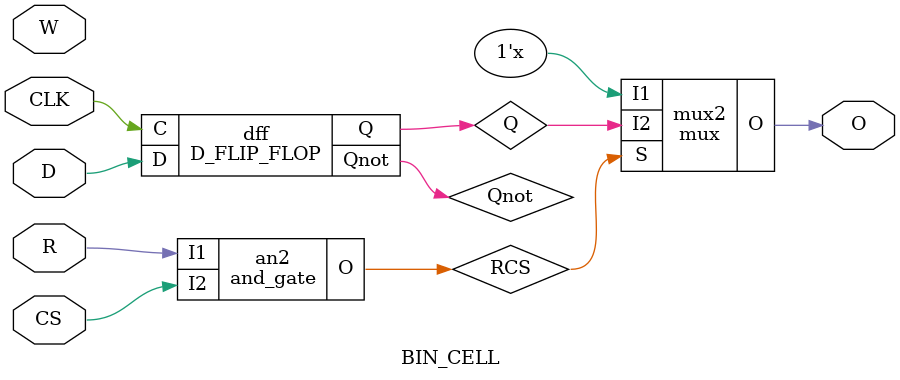
<source format=v>
module BIN_CELL_TEST;

	wire O ;
	reg R,CS,D,W,CLK; 

	BIN_CELL BC(O,D,R,W,CS,CLK);
	initial 
		begin 
			CLK = 1'b0 ;
		end

	always 
		begin 
			CLK = ~CLK ; #5 ;
		end 
	
	initial	
		begin
			$monitor("D=%b,CS=%b,R=%b,W=%b,O=%b,CLK=%b",D,CS,R,W,O,CLK);
			D = 1'b0 ; CS = 1'b0 ; R = 1'b0; W=1'b1 ; #5 ; 
			D = 1'b1 ; CS = 1'b0 ; R = 1'b0; W=1'b1 ; #5 ;
			D = 1'b1 ; CS = 1'b0 ; R = 1'b1; W=1'b0 ; #5 ;
			D = 1'b1 ; CS = 1'b0 ; R = 1'b0; W=1'b1 ; #5 ;
			D = 1'b0 ; CS = 1'b1 ; R = 1'b0; W=1'b1 ; #5 ;
			D = 1'b1 ; CS = 1'b1 ; R = 1'b1; W=1'b0 ; #5 ;
			D = 1'b1 ; CS = 1'b1 ; R = 1'b1; W=1'b0 ; #5 ;
			D = 1'b0 ; CS = 1'b1 ; R = 1'b1; W=1'b0 ; #5 ;
			D = 1'b0 ; CS = 1'b1 ; R = 1'b1; W=1'b0 ; #5 ;
			D = 1'b1 ; CS = 1'b0 ; R = 1'b0; W=1'b1 ; #5 ;
			D = 1'b1 ; CS = 1'b0 ; R = 1'b0; W=1'b1 ; #5 ;
			
		end

endmodule

module not_gate(I,O);
	input I;
	output O;
	nand(O,I,I);
endmodule
module and_gate(I1,I2,O);
	input I1,I2;
	output O;
        wire W;
	nand(W,I1,I2);
        nand(O,W,W);
endmodule

module or_gate(I1,I2,O);
	input I1,I2;
	output O;
        wire W1,W2;
	nand(W1,I1,I1);
        nand(W2,I2,I2);
        nand(W2,I2,I2);
	nand(O,W1,W2);
endmodule

module mux(O,S,I1,I2);
  input S,I1,I2;
  output O;
  wire x,y,z;
  and_gate and1(S,I2,x);
  not_gate or1(S,y);
  and_gate a3(y,I1,z);
  or_gate a4(x,z,O);
endmodule

module D_LATCH(D,C,Q,Qnot);
	output Q,Qnot ;
	input D,C ;
	wire S,R,S_C,R_C ;

	and_gate a1(D,D,S) ;
	not_gate n1(D,R) ;
	nand nan1(S_C,C,S) ;
	nand nan2(R_C,C,R) ;
	nand nan3(Q,Qnot,S_C) ;
	nand nan4(Qnot,Q,R_C) ;
endmodule
module D_FLIP_FLOP(D,C,Q,Qnot);
	input D,C;
	output Q,Qnot;
	wire C_not,Q_not1,Q1;
	not_gate n1(C,C_not);
	D_LATCH D1(D,C_not,Q1,Q_not1);
	D_LATCH D2(Q1,C,Q,Qnot);
endmodule
module BIN_CELL(O,D,R,W,CS,CLK);
	input D,R,W,CS,CLK;
	output O;
	wire WCS,Q,Qnot,mux_o,RCS;
	and_gate an1(W,CS,WCS);
	and_gate an2(R,CS,RCS);
	mux m1(mux_o,WCS,Q,D);
	D_FLIP_FLOP dff(D,CLK,Q,Qnot);
	mux mux2(O,RCS,1'bx,Q);
endmodule

</source>
